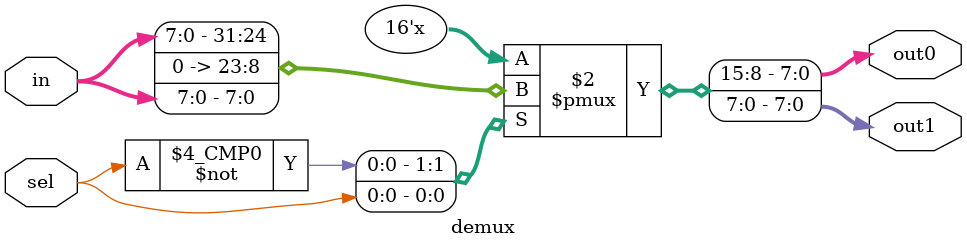
<source format=v>
module demux (
    input [7:0] in,
    input sel,
    output reg [7:0] out0,
    output reg [7:0] out1
);

always@(*) begin
    case(sel)
        0: {out0, out1} = {in, 8'b0};
        1: {out0, out1} = {8'b0, in}; 
    endcase
end

endmodule
</source>
